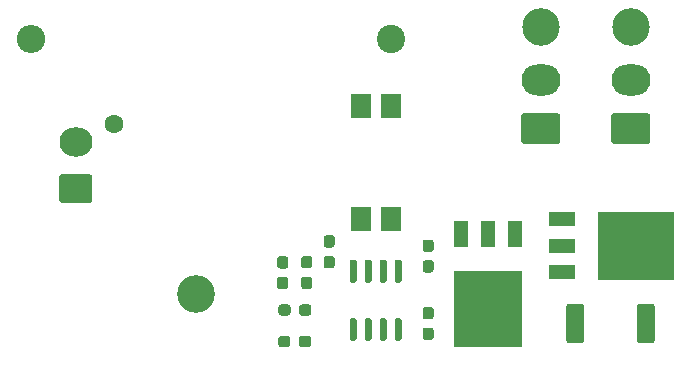
<source format=gbr>
%TF.GenerationSoftware,KiCad,Pcbnew,5.1.7-a382d34a8~88~ubuntu18.04.1*%
%TF.CreationDate,2021-02-25T09:43:27-05:00*%
%TF.ProjectId,TSAL,5453414c-2e6b-4696-9361-645f70636258,rev?*%
%TF.SameCoordinates,Original*%
%TF.FileFunction,Soldermask,Top*%
%TF.FilePolarity,Negative*%
%FSLAX46Y46*%
G04 Gerber Fmt 4.6, Leading zero omitted, Abs format (unit mm)*
G04 Created by KiCad (PCBNEW 5.1.7-a382d34a8~88~ubuntu18.04.1) date 2021-02-25 09:43:27*
%MOMM*%
%LPD*%
G01*
G04 APERTURE LIST*
%ADD10R,1.780000X2.000000*%
%ADD11O,2.400000X2.400000*%
%ADD12C,2.400000*%
%ADD13R,6.400000X5.800000*%
%ADD14R,2.200000X1.200000*%
%ADD15R,5.800000X6.400000*%
%ADD16R,1.200000X2.200000*%
%ADD17C,3.180000*%
%ADD18O,3.300000X2.640000*%
%ADD19C,1.600000*%
%ADD20O,2.800000X2.460000*%
%ADD21C,3.200000*%
G04 APERTURE END LIST*
%TO.C,C3*%
G36*
G01*
X153780500Y-88818000D02*
X153305500Y-88818000D01*
G75*
G02*
X153068000Y-88580500I0J237500D01*
G01*
X153068000Y-88005500D01*
G75*
G02*
X153305500Y-87768000I237500J0D01*
G01*
X153780500Y-87768000D01*
G75*
G02*
X154018000Y-88005500I0J-237500D01*
G01*
X154018000Y-88580500D01*
G75*
G02*
X153780500Y-88818000I-237500J0D01*
G01*
G37*
G36*
G01*
X153780500Y-90568000D02*
X153305500Y-90568000D01*
G75*
G02*
X153068000Y-90330500I0J237500D01*
G01*
X153068000Y-89755500D01*
G75*
G02*
X153305500Y-89518000I237500J0D01*
G01*
X153780500Y-89518000D01*
G75*
G02*
X154018000Y-89755500I0J-237500D01*
G01*
X154018000Y-90330500D01*
G75*
G02*
X153780500Y-90568000I-237500J0D01*
G01*
G37*
%TD*%
%TO.C,U2*%
G36*
G01*
X155725000Y-91780000D02*
X155425000Y-91780000D01*
G75*
G02*
X155275000Y-91630000I0J150000D01*
G01*
X155275000Y-89980000D01*
G75*
G02*
X155425000Y-89830000I150000J0D01*
G01*
X155725000Y-89830000D01*
G75*
G02*
X155875000Y-89980000I0J-150000D01*
G01*
X155875000Y-91630000D01*
G75*
G02*
X155725000Y-91780000I-150000J0D01*
G01*
G37*
G36*
G01*
X156995000Y-91780000D02*
X156695000Y-91780000D01*
G75*
G02*
X156545000Y-91630000I0J150000D01*
G01*
X156545000Y-89980000D01*
G75*
G02*
X156695000Y-89830000I150000J0D01*
G01*
X156995000Y-89830000D01*
G75*
G02*
X157145000Y-89980000I0J-150000D01*
G01*
X157145000Y-91630000D01*
G75*
G02*
X156995000Y-91780000I-150000J0D01*
G01*
G37*
G36*
G01*
X158265000Y-91780000D02*
X157965000Y-91780000D01*
G75*
G02*
X157815000Y-91630000I0J150000D01*
G01*
X157815000Y-89980000D01*
G75*
G02*
X157965000Y-89830000I150000J0D01*
G01*
X158265000Y-89830000D01*
G75*
G02*
X158415000Y-89980000I0J-150000D01*
G01*
X158415000Y-91630000D01*
G75*
G02*
X158265000Y-91780000I-150000J0D01*
G01*
G37*
G36*
G01*
X159535000Y-91780000D02*
X159235000Y-91780000D01*
G75*
G02*
X159085000Y-91630000I0J150000D01*
G01*
X159085000Y-89980000D01*
G75*
G02*
X159235000Y-89830000I150000J0D01*
G01*
X159535000Y-89830000D01*
G75*
G02*
X159685000Y-89980000I0J-150000D01*
G01*
X159685000Y-91630000D01*
G75*
G02*
X159535000Y-91780000I-150000J0D01*
G01*
G37*
G36*
G01*
X159535000Y-96730000D02*
X159235000Y-96730000D01*
G75*
G02*
X159085000Y-96580000I0J150000D01*
G01*
X159085000Y-94930000D01*
G75*
G02*
X159235000Y-94780000I150000J0D01*
G01*
X159535000Y-94780000D01*
G75*
G02*
X159685000Y-94930000I0J-150000D01*
G01*
X159685000Y-96580000D01*
G75*
G02*
X159535000Y-96730000I-150000J0D01*
G01*
G37*
G36*
G01*
X158265000Y-96730000D02*
X157965000Y-96730000D01*
G75*
G02*
X157815000Y-96580000I0J150000D01*
G01*
X157815000Y-94930000D01*
G75*
G02*
X157965000Y-94780000I150000J0D01*
G01*
X158265000Y-94780000D01*
G75*
G02*
X158415000Y-94930000I0J-150000D01*
G01*
X158415000Y-96580000D01*
G75*
G02*
X158265000Y-96730000I-150000J0D01*
G01*
G37*
G36*
G01*
X156995000Y-96730000D02*
X156695000Y-96730000D01*
G75*
G02*
X156545000Y-96580000I0J150000D01*
G01*
X156545000Y-94930000D01*
G75*
G02*
X156695000Y-94780000I150000J0D01*
G01*
X156995000Y-94780000D01*
G75*
G02*
X157145000Y-94930000I0J-150000D01*
G01*
X157145000Y-96580000D01*
G75*
G02*
X156995000Y-96730000I-150000J0D01*
G01*
G37*
G36*
G01*
X155725000Y-96730000D02*
X155425000Y-96730000D01*
G75*
G02*
X155275000Y-96580000I0J150000D01*
G01*
X155275000Y-94930000D01*
G75*
G02*
X155425000Y-94780000I150000J0D01*
G01*
X155725000Y-94780000D01*
G75*
G02*
X155875000Y-94930000I0J-150000D01*
G01*
X155875000Y-96580000D01*
G75*
G02*
X155725000Y-96730000I-150000J0D01*
G01*
G37*
%TD*%
D10*
%TO.C,U1*%
X158750000Y-86360000D03*
X156210000Y-76830000D03*
X156210000Y-86360000D03*
X158750000Y-76830000D03*
%TD*%
%TO.C,R6*%
G36*
G01*
X175133500Y-93824999D02*
X175133500Y-96675001D01*
G75*
G02*
X174883501Y-96925000I-249999J0D01*
G01*
X173858499Y-96925000D01*
G75*
G02*
X173608500Y-96675001I0J249999D01*
G01*
X173608500Y-93824999D01*
G75*
G02*
X173858499Y-93575000I249999J0D01*
G01*
X174883501Y-93575000D01*
G75*
G02*
X175133500Y-93824999I0J-249999D01*
G01*
G37*
G36*
G01*
X181108500Y-93824999D02*
X181108500Y-96675001D01*
G75*
G02*
X180858501Y-96925000I-249999J0D01*
G01*
X179833499Y-96925000D01*
G75*
G02*
X179583500Y-96675001I0J249999D01*
G01*
X179583500Y-93824999D01*
G75*
G02*
X179833499Y-93575000I249999J0D01*
G01*
X180858501Y-93575000D01*
G75*
G02*
X181108500Y-93824999I0J-249999D01*
G01*
G37*
%TD*%
%TO.C,R5*%
G36*
G01*
X161687500Y-95600000D02*
X162162500Y-95600000D01*
G75*
G02*
X162400000Y-95837500I0J-237500D01*
G01*
X162400000Y-96412500D01*
G75*
G02*
X162162500Y-96650000I-237500J0D01*
G01*
X161687500Y-96650000D01*
G75*
G02*
X161450000Y-96412500I0J237500D01*
G01*
X161450000Y-95837500D01*
G75*
G02*
X161687500Y-95600000I237500J0D01*
G01*
G37*
G36*
G01*
X161687500Y-93850000D02*
X162162500Y-93850000D01*
G75*
G02*
X162400000Y-94087500I0J-237500D01*
G01*
X162400000Y-94662500D01*
G75*
G02*
X162162500Y-94900000I-237500J0D01*
G01*
X161687500Y-94900000D01*
G75*
G02*
X161450000Y-94662500I0J237500D01*
G01*
X161450000Y-94087500D01*
G75*
G02*
X161687500Y-93850000I237500J0D01*
G01*
G37*
%TD*%
%TO.C,R4*%
G36*
G01*
X150986000Y-94344500D02*
X150986000Y-93869500D01*
G75*
G02*
X151223500Y-93632000I237500J0D01*
G01*
X151798500Y-93632000D01*
G75*
G02*
X152036000Y-93869500I0J-237500D01*
G01*
X152036000Y-94344500D01*
G75*
G02*
X151798500Y-94582000I-237500J0D01*
G01*
X151223500Y-94582000D01*
G75*
G02*
X150986000Y-94344500I0J237500D01*
G01*
G37*
G36*
G01*
X149236000Y-94344500D02*
X149236000Y-93869500D01*
G75*
G02*
X149473500Y-93632000I237500J0D01*
G01*
X150048500Y-93632000D01*
G75*
G02*
X150286000Y-93869500I0J-237500D01*
G01*
X150286000Y-94344500D01*
G75*
G02*
X150048500Y-94582000I-237500J0D01*
G01*
X149473500Y-94582000D01*
G75*
G02*
X149236000Y-94344500I0J237500D01*
G01*
G37*
%TD*%
%TO.C,R3*%
G36*
G01*
X149368500Y-91296000D02*
X149843500Y-91296000D01*
G75*
G02*
X150081000Y-91533500I0J-237500D01*
G01*
X150081000Y-92108500D01*
G75*
G02*
X149843500Y-92346000I-237500J0D01*
G01*
X149368500Y-92346000D01*
G75*
G02*
X149131000Y-92108500I0J237500D01*
G01*
X149131000Y-91533500D01*
G75*
G02*
X149368500Y-91296000I237500J0D01*
G01*
G37*
G36*
G01*
X149368500Y-89546000D02*
X149843500Y-89546000D01*
G75*
G02*
X150081000Y-89783500I0J-237500D01*
G01*
X150081000Y-90358500D01*
G75*
G02*
X149843500Y-90596000I-237500J0D01*
G01*
X149368500Y-90596000D01*
G75*
G02*
X149131000Y-90358500I0J237500D01*
G01*
X149131000Y-89783500D01*
G75*
G02*
X149368500Y-89546000I237500J0D01*
G01*
G37*
%TD*%
%TO.C,R2*%
G36*
G01*
X151400500Y-91282000D02*
X151875500Y-91282000D01*
G75*
G02*
X152113000Y-91519500I0J-237500D01*
G01*
X152113000Y-92094500D01*
G75*
G02*
X151875500Y-92332000I-237500J0D01*
G01*
X151400500Y-92332000D01*
G75*
G02*
X151163000Y-92094500I0J237500D01*
G01*
X151163000Y-91519500D01*
G75*
G02*
X151400500Y-91282000I237500J0D01*
G01*
G37*
G36*
G01*
X151400500Y-89532000D02*
X151875500Y-89532000D01*
G75*
G02*
X152113000Y-89769500I0J-237500D01*
G01*
X152113000Y-90344500D01*
G75*
G02*
X151875500Y-90582000I-237500J0D01*
G01*
X151400500Y-90582000D01*
G75*
G02*
X151163000Y-90344500I0J237500D01*
G01*
X151163000Y-89769500D01*
G75*
G02*
X151400500Y-89532000I237500J0D01*
G01*
G37*
%TD*%
D11*
%TO.C,R1*%
X128270000Y-71120000D03*
D12*
X158750000Y-71120000D03*
%TD*%
D13*
%TO.C,Q2*%
X179519000Y-88646000D03*
D14*
X173219000Y-90926000D03*
X173219000Y-88646000D03*
X173219000Y-86366000D03*
%TD*%
D15*
%TO.C,Q1*%
X167005000Y-93980000D03*
D16*
X164725000Y-87680000D03*
X167005000Y-87680000D03*
X169285000Y-87680000D03*
%TD*%
D17*
%TO.C,J3*%
X179070000Y-70160000D03*
D18*
X179070000Y-74600000D03*
G36*
G01*
X180720000Y-77670000D02*
X180720000Y-79810000D01*
G75*
G02*
X180470000Y-80060000I-250000J0D01*
G01*
X177670000Y-80060000D01*
G75*
G02*
X177420000Y-79810000I0J250000D01*
G01*
X177420000Y-77670000D01*
G75*
G02*
X177670000Y-77420000I250000J0D01*
G01*
X180470000Y-77420000D01*
G75*
G02*
X180720000Y-77670000I0J-250000D01*
G01*
G37*
%TD*%
D17*
%TO.C,J2*%
X171450000Y-70160000D03*
D18*
X171450000Y-74600000D03*
G36*
G01*
X173100000Y-77670000D02*
X173100000Y-79810000D01*
G75*
G02*
X172850000Y-80060000I-250000J0D01*
G01*
X170050000Y-80060000D01*
G75*
G02*
X169800000Y-79810000I0J250000D01*
G01*
X169800000Y-77670000D01*
G75*
G02*
X170050000Y-77420000I250000J0D01*
G01*
X172850000Y-77420000D01*
G75*
G02*
X173100000Y-77670000I0J-250000D01*
G01*
G37*
%TD*%
D19*
%TO.C,J1*%
X135330000Y-78360000D03*
D20*
X132080000Y-79860000D03*
G36*
G01*
X133230001Y-85050000D02*
X130929999Y-85050000D01*
G75*
G02*
X130680000Y-84800001I0J249999D01*
G01*
X130680000Y-82839999D01*
G75*
G02*
X130929999Y-82590000I249999J0D01*
G01*
X133230001Y-82590000D01*
G75*
G02*
X133480000Y-82839999I0J-249999D01*
G01*
X133480000Y-84800001D01*
G75*
G02*
X133230001Y-85050000I-249999J0D01*
G01*
G37*
%TD*%
D21*
%TO.C,H1*%
X142240000Y-92710000D03*
%TD*%
%TO.C,C2*%
G36*
G01*
X150272000Y-96536500D02*
X150272000Y-97011500D01*
G75*
G02*
X150034500Y-97249000I-237500J0D01*
G01*
X149459500Y-97249000D01*
G75*
G02*
X149222000Y-97011500I0J237500D01*
G01*
X149222000Y-96536500D01*
G75*
G02*
X149459500Y-96299000I237500J0D01*
G01*
X150034500Y-96299000D01*
G75*
G02*
X150272000Y-96536500I0J-237500D01*
G01*
G37*
G36*
G01*
X152022000Y-96536500D02*
X152022000Y-97011500D01*
G75*
G02*
X151784500Y-97249000I-237500J0D01*
G01*
X151209500Y-97249000D01*
G75*
G02*
X150972000Y-97011500I0J237500D01*
G01*
X150972000Y-96536500D01*
G75*
G02*
X151209500Y-96299000I237500J0D01*
G01*
X151784500Y-96299000D01*
G75*
G02*
X152022000Y-96536500I0J-237500D01*
G01*
G37*
%TD*%
%TO.C,C1*%
G36*
G01*
X162162500Y-89185000D02*
X161687500Y-89185000D01*
G75*
G02*
X161450000Y-88947500I0J237500D01*
G01*
X161450000Y-88372500D01*
G75*
G02*
X161687500Y-88135000I237500J0D01*
G01*
X162162500Y-88135000D01*
G75*
G02*
X162400000Y-88372500I0J-237500D01*
G01*
X162400000Y-88947500D01*
G75*
G02*
X162162500Y-89185000I-237500J0D01*
G01*
G37*
G36*
G01*
X162162500Y-90935000D02*
X161687500Y-90935000D01*
G75*
G02*
X161450000Y-90697500I0J237500D01*
G01*
X161450000Y-90122500D01*
G75*
G02*
X161687500Y-89885000I237500J0D01*
G01*
X162162500Y-89885000D01*
G75*
G02*
X162400000Y-90122500I0J-237500D01*
G01*
X162400000Y-90697500D01*
G75*
G02*
X162162500Y-90935000I-237500J0D01*
G01*
G37*
%TD*%
M02*

</source>
